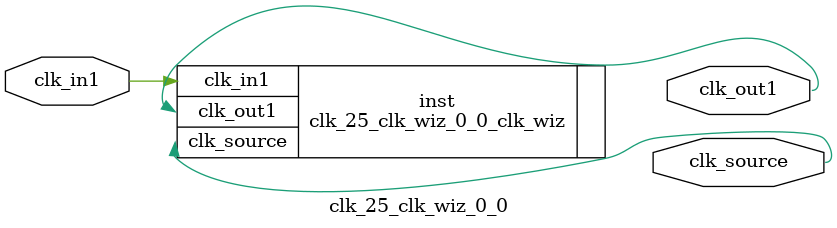
<source format=v>


`timescale 1ps/1ps

(* CORE_GENERATION_INFO = "clk_25_clk_wiz_0_0,clk_wiz_v5_4_1_0,{component_name=clk_25_clk_wiz_0_0,use_phase_alignment=true,use_min_o_jitter=false,use_max_i_jitter=false,use_dyn_phase_shift=false,use_inclk_switchover=false,use_dyn_reconfig=false,enable_axi=0,feedback_source=FDBK_AUTO,PRIMITIVE=PLL,num_out_clk=2,clkin1_period=10.000,clkin2_period=10.000,use_power_down=false,use_reset=false,use_locked=false,use_inclk_stopped=false,feedback_type=SINGLE,CLOCK_MGR_TYPE=NA,manual_override=false}" *)

module clk_25_clk_wiz_0_0 
 (
  // Clock out ports
  output        clk_out1,
  output        clk_source,
 // Clock in ports
  input         clk_in1
 );

  clk_25_clk_wiz_0_0_clk_wiz inst
  (
  // Clock out ports  
  .clk_out1(clk_out1),
  .clk_source(clk_source),
 // Clock in ports
  .clk_in1(clk_in1)
  );

endmodule

</source>
